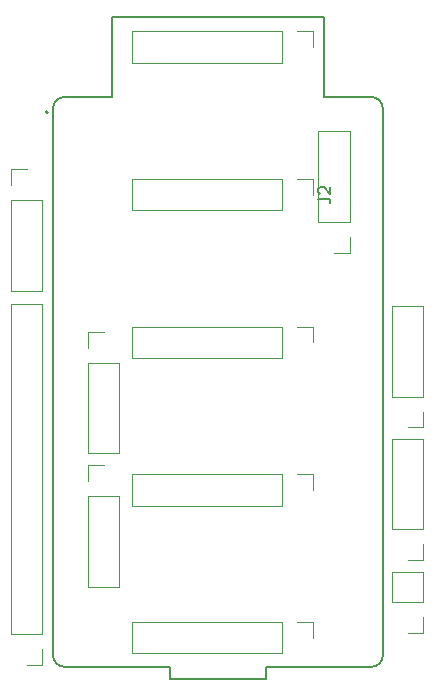
<source format=gbr>
%TF.GenerationSoftware,KiCad,Pcbnew,8.0.4-8.0.4-0~ubuntu24.04.1*%
%TF.CreationDate,2024-09-03T17:30:21+09:00*%
%TF.ProjectId,ESP32,45535033-322e-46b6-9963-61645f706362,rev?*%
%TF.SameCoordinates,Original*%
%TF.FileFunction,Legend,Top*%
%TF.FilePolarity,Positive*%
%FSLAX46Y46*%
G04 Gerber Fmt 4.6, Leading zero omitted, Abs format (unit mm)*
G04 Created by KiCad (PCBNEW 8.0.4-8.0.4-0~ubuntu24.04.1) date 2024-09-03 17:30:21*
%MOMM*%
%LPD*%
G01*
G04 APERTURE LIST*
%ADD10C,0.150000*%
%ADD11C,0.120000*%
%ADD12C,0.127000*%
%ADD13C,0.200000*%
G04 APERTURE END LIST*
D10*
X158694819Y-89333333D02*
X159409104Y-89333333D01*
X159409104Y-89333333D02*
X159551961Y-89380952D01*
X159551961Y-89380952D02*
X159647200Y-89476190D01*
X159647200Y-89476190D02*
X159694819Y-89619047D01*
X159694819Y-89619047D02*
X159694819Y-89714285D01*
X158790057Y-88904761D02*
X158742438Y-88857142D01*
X158742438Y-88857142D02*
X158694819Y-88761904D01*
X158694819Y-88761904D02*
X158694819Y-88523809D01*
X158694819Y-88523809D02*
X158742438Y-88428571D01*
X158742438Y-88428571D02*
X158790057Y-88380952D01*
X158790057Y-88380952D02*
X158885295Y-88333333D01*
X158885295Y-88333333D02*
X158980533Y-88333333D01*
X158980533Y-88333333D02*
X159123390Y-88380952D01*
X159123390Y-88380952D02*
X159694819Y-88952380D01*
X159694819Y-88952380D02*
X159694819Y-88333333D01*
D11*
%TO.C,J9*%
X164920000Y-123520000D02*
X164920000Y-120920000D01*
X167580000Y-120920000D02*
X164920000Y-120920000D01*
X167580000Y-123520000D02*
X164920000Y-123520000D01*
X167580000Y-123520000D02*
X167580000Y-120920000D01*
X167580000Y-124790000D02*
X167580000Y-126120000D01*
X167580000Y-126120000D02*
X166250000Y-126120000D01*
%TO.C,J8*%
X164920000Y-117350000D02*
X164920000Y-109670000D01*
X167580000Y-109670000D02*
X164920000Y-109670000D01*
X167580000Y-117350000D02*
X164920000Y-117350000D01*
X167580000Y-117350000D02*
X167580000Y-109670000D01*
X167580000Y-118620000D02*
X167580000Y-119950000D01*
X167580000Y-119950000D02*
X166250000Y-119950000D01*
%TO.C,J1*%
X142880000Y-75170000D02*
X142880000Y-77830000D01*
X155640000Y-75170000D02*
X142880000Y-75170000D01*
X155640000Y-75170000D02*
X155640000Y-77830000D01*
X155640000Y-77830000D02*
X142880000Y-77830000D01*
X156910000Y-75170000D02*
X158240000Y-75170000D01*
X158240000Y-75170000D02*
X158240000Y-76500000D01*
%TO.C,J15*%
X139170000Y-111920000D02*
X140500000Y-111920000D01*
X139170000Y-113250000D02*
X139170000Y-111920000D01*
X139170000Y-114520000D02*
X139170000Y-122200000D01*
X139170000Y-114520000D02*
X141830000Y-114520000D01*
X139170000Y-122200000D02*
X141830000Y-122200000D01*
X141830000Y-114520000D02*
X141830000Y-122200000D01*
%TO.C,J7*%
X132670000Y-126230000D02*
X132670000Y-98230000D01*
X135330000Y-98230000D02*
X132670000Y-98230000D01*
X135330000Y-126230000D02*
X132670000Y-126230000D01*
X135330000Y-126230000D02*
X135330000Y-98230000D01*
X135330000Y-127500000D02*
X135330000Y-128830000D01*
X135330000Y-128830000D02*
X134000000Y-128830000D01*
%TO.C,J5*%
X142880000Y-125170000D02*
X142880000Y-127830000D01*
X155640000Y-125170000D02*
X142880000Y-125170000D01*
X155640000Y-125170000D02*
X155640000Y-127830000D01*
X155640000Y-127830000D02*
X142880000Y-127830000D01*
X156910000Y-125170000D02*
X158240000Y-125170000D01*
X158240000Y-125170000D02*
X158240000Y-126500000D01*
%TO.C,J3*%
X142880000Y-100170000D02*
X142880000Y-102830000D01*
X155640000Y-100170000D02*
X142880000Y-100170000D01*
X155640000Y-100170000D02*
X155640000Y-102830000D01*
X155640000Y-102830000D02*
X142880000Y-102830000D01*
X156910000Y-100170000D02*
X158240000Y-100170000D01*
X158240000Y-100170000D02*
X158240000Y-101500000D01*
%TO.C,J13*%
X132670000Y-86870000D02*
X134000000Y-86870000D01*
X132670000Y-88200000D02*
X132670000Y-86870000D01*
X132670000Y-89470000D02*
X132670000Y-97150000D01*
X132670000Y-89470000D02*
X135330000Y-89470000D01*
X132670000Y-97150000D02*
X135330000Y-97150000D01*
X135330000Y-89470000D02*
X135330000Y-97150000D01*
%TO.C,J6*%
X164920000Y-106100000D02*
X164920000Y-98420000D01*
X167580000Y-98420000D02*
X164920000Y-98420000D01*
X167580000Y-106100000D02*
X164920000Y-106100000D01*
X167580000Y-106100000D02*
X167580000Y-98420000D01*
X167580000Y-107370000D02*
X167580000Y-108700000D01*
X167580000Y-108700000D02*
X166250000Y-108700000D01*
%TO.C,J4*%
X142880000Y-112670000D02*
X142880000Y-115330000D01*
X155640000Y-112670000D02*
X142880000Y-112670000D01*
X155640000Y-112670000D02*
X155640000Y-115330000D01*
X155640000Y-115330000D02*
X142880000Y-115330000D01*
X156910000Y-112670000D02*
X158240000Y-112670000D01*
X158240000Y-112670000D02*
X158240000Y-114000000D01*
%TO.C,J2*%
X142880000Y-87670000D02*
X142880000Y-90330000D01*
X155640000Y-87670000D02*
X142880000Y-87670000D01*
X155640000Y-87670000D02*
X155640000Y-90330000D01*
X155640000Y-90330000D02*
X142880000Y-90330000D01*
X156910000Y-87670000D02*
X158240000Y-87670000D01*
X158240000Y-87670000D02*
X158240000Y-89000000D01*
%TO.C,J16*%
X158670000Y-91310000D02*
X158670000Y-83630000D01*
X161330000Y-83630000D02*
X158670000Y-83630000D01*
X161330000Y-91310000D02*
X158670000Y-91310000D01*
X161330000Y-91310000D02*
X161330000Y-83630000D01*
X161330000Y-92580000D02*
X161330000Y-93910000D01*
X161330000Y-93910000D02*
X160000000Y-93910000D01*
D12*
%TO.C,U1*%
X136215000Y-127980000D02*
X136215000Y-81720000D01*
X137215000Y-80720000D02*
X141185000Y-80720000D01*
X137215000Y-128980000D02*
X146135000Y-128980000D01*
X141185000Y-73980000D02*
X159185000Y-73980000D01*
X141185000Y-80720000D02*
X141185000Y-73980000D01*
X146135000Y-128980000D02*
X146135000Y-129980000D01*
X146135000Y-129980000D02*
X154235000Y-129980000D01*
X154235000Y-128980000D02*
X163155000Y-128980000D01*
X154235000Y-129980000D02*
X154235000Y-128980000D01*
X159185000Y-73980000D02*
X159185000Y-80720000D01*
X159185000Y-80720000D02*
X163155000Y-80720000D01*
X164155000Y-127980000D02*
X164155000Y-81720000D01*
X136215000Y-81720000D02*
G75*
G02*
X137215000Y-80720000I999999J1D01*
G01*
X137215000Y-128980000D02*
G75*
G02*
X136215000Y-127980000I-1J999999D01*
G01*
X163155000Y-80720000D02*
G75*
G02*
X164155000Y-81720000I0J-1000000D01*
G01*
X164155000Y-127980000D02*
G75*
G02*
X163155000Y-128980000I-1000000J0D01*
G01*
D13*
X135785000Y-82015000D02*
G75*
G02*
X135585000Y-82015000I-100000J0D01*
G01*
X135585000Y-82015000D02*
G75*
G02*
X135785000Y-82015000I100000J0D01*
G01*
D11*
%TO.C,J14*%
X139170000Y-100620000D02*
X140500000Y-100620000D01*
X139170000Y-101950000D02*
X139170000Y-100620000D01*
X139170000Y-103220000D02*
X139170000Y-110900000D01*
X139170000Y-103220000D02*
X141830000Y-103220000D01*
X139170000Y-110900000D02*
X141830000Y-110900000D01*
X141830000Y-103220000D02*
X141830000Y-110900000D01*
%TD*%
M02*

</source>
